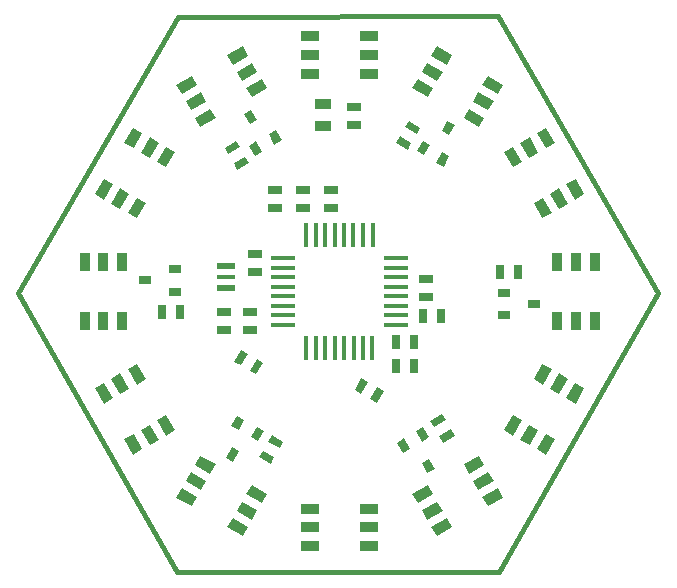
<source format=gbp>
G04 (created by PCBNEW-RS274X (2011-07-08 BZR 3044)-stable) date 5/7/2013 10:27:45 AM*
G01*
G70*
G90*
%MOIN*%
G04 Gerber Fmt 3.4, Leading zero omitted, Abs format*
%FSLAX34Y34*%
G04 APERTURE LIST*
%ADD10C,0.006000*%
%ADD11C,0.015000*%
%ADD12R,0.078700X0.017700*%
%ADD13R,0.017700X0.078700*%
%ADD14R,0.039400X0.027600*%
%ADD15R,0.045000X0.025000*%
%ADD16R,0.025000X0.045000*%
%ADD17R,0.035400X0.059100*%
%ADD18R,0.059100X0.035400*%
%ADD19R,0.055000X0.035000*%
%ADD20R,0.063000X0.019700*%
%ADD21R,0.063000X0.011800*%
G04 APERTURE END LIST*
G54D10*
G54D11*
X33980Y-28089D02*
X33972Y-28082D01*
X28661Y-37298D02*
X33980Y-28089D01*
X33965Y-46589D02*
X28661Y-37298D01*
X44697Y-46589D02*
X33965Y-46589D01*
X49996Y-37302D02*
X44697Y-46589D01*
X44646Y-28070D02*
X49996Y-37302D01*
X33972Y-28082D02*
X44646Y-28070D01*
G54D12*
X37474Y-36145D03*
X37474Y-36460D03*
X37474Y-36775D03*
X37474Y-37090D03*
X37474Y-37405D03*
X37474Y-37720D03*
X37474Y-38035D03*
X37474Y-38350D03*
X41240Y-38348D03*
X41240Y-36138D03*
X41240Y-36458D03*
X41240Y-36778D03*
X41240Y-37088D03*
X41240Y-37408D03*
X41240Y-37718D03*
X41240Y-38038D03*
G54D13*
X38258Y-39138D03*
X38572Y-39138D03*
X38888Y-39138D03*
X39202Y-39138D03*
X39518Y-39138D03*
X39832Y-39138D03*
X40148Y-39138D03*
X40462Y-39138D03*
X38260Y-35358D03*
X38570Y-35358D03*
X38890Y-35358D03*
X39200Y-35358D03*
X39510Y-35358D03*
X39830Y-35358D03*
X40150Y-35358D03*
X40470Y-35358D03*
G54D10*
G36*
X35585Y-42783D02*
X35782Y-42441D01*
X36021Y-42579D01*
X35824Y-42921D01*
X35585Y-42783D01*
X35585Y-42783D01*
G37*
G36*
X36410Y-42104D02*
X36607Y-41762D01*
X36846Y-41900D01*
X36649Y-42242D01*
X36410Y-42104D01*
X36410Y-42104D01*
G37*
G36*
X35760Y-41729D02*
X35957Y-41387D01*
X36196Y-41525D01*
X35999Y-41867D01*
X35760Y-41729D01*
X35760Y-41729D01*
G37*
G54D14*
X32886Y-36874D03*
X33886Y-37249D03*
X33886Y-36499D03*
G54D10*
G36*
X36415Y-31191D02*
X36612Y-31533D01*
X36373Y-31671D01*
X36176Y-31329D01*
X36415Y-31191D01*
X36415Y-31191D01*
G37*
G36*
X36590Y-32245D02*
X36787Y-32587D01*
X36548Y-32725D01*
X36351Y-32383D01*
X36590Y-32245D01*
X36590Y-32245D01*
G37*
G36*
X37240Y-31870D02*
X37437Y-32212D01*
X37198Y-32350D01*
X37001Y-32008D01*
X37240Y-31870D01*
X37240Y-31870D01*
G37*
G36*
X43204Y-31693D02*
X43007Y-32035D01*
X42768Y-31897D01*
X42965Y-31555D01*
X43204Y-31693D01*
X43204Y-31693D01*
G37*
G36*
X42379Y-32372D02*
X42182Y-32714D01*
X41943Y-32576D01*
X42140Y-32234D01*
X42379Y-32372D01*
X42379Y-32372D01*
G37*
G36*
X43029Y-32747D02*
X42832Y-33089D01*
X42593Y-32951D01*
X42790Y-32609D01*
X43029Y-32747D01*
X43029Y-32747D01*
G37*
G54D14*
X45864Y-37661D03*
X44864Y-37286D03*
X44864Y-38036D03*
G54D10*
G36*
X42296Y-43305D02*
X42099Y-42963D01*
X42338Y-42825D01*
X42535Y-43167D01*
X42296Y-43305D01*
X42296Y-43305D01*
G37*
G36*
X42121Y-42251D02*
X41924Y-41909D01*
X42163Y-41771D01*
X42360Y-42113D01*
X42121Y-42251D01*
X42121Y-42251D01*
G37*
G36*
X41471Y-42626D02*
X41274Y-42284D01*
X41513Y-42146D01*
X41710Y-42488D01*
X41471Y-42626D01*
X41471Y-42626D01*
G37*
G36*
X36820Y-39618D02*
X36595Y-40007D01*
X36378Y-39882D01*
X36603Y-39493D01*
X36820Y-39618D01*
X36820Y-39618D01*
G37*
G36*
X36300Y-39318D02*
X36075Y-39707D01*
X35858Y-39582D01*
X36083Y-39193D01*
X36300Y-39318D01*
X36300Y-39318D01*
G37*
G54D15*
X35512Y-37928D03*
X35512Y-38528D03*
X42244Y-36820D03*
X42244Y-37420D03*
G54D10*
G36*
X41672Y-31560D02*
X42061Y-31785D01*
X41936Y-32002D01*
X41547Y-31777D01*
X41672Y-31560D01*
X41672Y-31560D01*
G37*
G36*
X41372Y-32080D02*
X41761Y-32305D01*
X41636Y-32522D01*
X41247Y-32297D01*
X41372Y-32080D01*
X41372Y-32080D01*
G37*
G54D15*
X36535Y-36599D03*
X36535Y-35999D03*
G54D10*
G36*
X40835Y-40563D02*
X40610Y-40952D01*
X40393Y-40827D01*
X40618Y-40438D01*
X40835Y-40563D01*
X40835Y-40563D01*
G37*
G36*
X40315Y-40263D02*
X40090Y-40652D01*
X39873Y-40527D01*
X40098Y-40138D01*
X40315Y-40263D01*
X40315Y-40263D01*
G37*
G54D15*
X39094Y-34467D03*
X39094Y-33867D03*
X38150Y-34467D03*
X38150Y-33867D03*
X37205Y-34467D03*
X37205Y-33867D03*
G54D10*
G36*
X35538Y-32454D02*
X35927Y-32229D01*
X36052Y-32446D01*
X35663Y-32671D01*
X35538Y-32454D01*
X35538Y-32454D01*
G37*
G36*
X35838Y-32974D02*
X36227Y-32749D01*
X36352Y-32966D01*
X35963Y-33191D01*
X35838Y-32974D01*
X35838Y-32974D01*
G37*
G36*
X43202Y-42061D02*
X42813Y-42286D01*
X42688Y-42069D01*
X43077Y-41844D01*
X43202Y-42061D01*
X43202Y-42061D01*
G37*
G36*
X42902Y-41541D02*
X42513Y-41766D01*
X42388Y-41549D01*
X42777Y-41324D01*
X42902Y-41541D01*
X42902Y-41541D01*
G37*
G54D16*
X45300Y-36608D03*
X44700Y-36608D03*
X41235Y-39718D03*
X41835Y-39718D03*
X41235Y-38931D03*
X41835Y-38931D03*
X42141Y-38065D03*
X42741Y-38065D03*
G54D10*
G36*
X37069Y-42995D02*
X36680Y-42770D01*
X36805Y-42553D01*
X37194Y-42778D01*
X37069Y-42995D01*
X37069Y-42995D01*
G37*
G36*
X37369Y-42475D02*
X36980Y-42250D01*
X37105Y-42033D01*
X37494Y-42258D01*
X37369Y-42475D01*
X37369Y-42475D01*
G37*
G54D16*
X33440Y-37947D03*
X34040Y-37947D03*
G54D10*
G36*
X42426Y-45089D02*
X42937Y-44794D01*
X43114Y-45101D01*
X42603Y-45396D01*
X42426Y-45089D01*
X42426Y-45089D01*
G37*
G36*
X42111Y-44543D02*
X42622Y-44248D01*
X42799Y-44555D01*
X42288Y-44850D01*
X42111Y-44543D01*
X42111Y-44543D01*
G37*
G36*
X41796Y-43997D02*
X42307Y-43702D01*
X42484Y-44009D01*
X41973Y-44304D01*
X41796Y-43997D01*
X41796Y-43997D01*
G37*
G36*
X43500Y-43013D02*
X44011Y-42718D01*
X44188Y-43025D01*
X43677Y-43320D01*
X43500Y-43013D01*
X43500Y-43013D01*
G37*
G36*
X43815Y-43559D02*
X44326Y-43264D01*
X44503Y-43571D01*
X43992Y-43866D01*
X43815Y-43559D01*
X43815Y-43559D01*
G37*
G36*
X44130Y-44105D02*
X44641Y-43810D01*
X44818Y-44117D01*
X44307Y-44412D01*
X44130Y-44105D01*
X44130Y-44105D01*
G37*
G36*
X45942Y-42509D02*
X46237Y-41998D01*
X46544Y-42175D01*
X46249Y-42686D01*
X45942Y-42509D01*
X45942Y-42509D01*
G37*
G36*
X45396Y-42194D02*
X45691Y-41683D01*
X45998Y-41860D01*
X45703Y-42371D01*
X45396Y-42194D01*
X45396Y-42194D01*
G37*
G36*
X44850Y-41879D02*
X45145Y-41368D01*
X45452Y-41545D01*
X45157Y-42056D01*
X44850Y-41879D01*
X44850Y-41879D01*
G37*
G36*
X45834Y-40175D02*
X46129Y-39664D01*
X46436Y-39841D01*
X46141Y-40352D01*
X45834Y-40175D01*
X45834Y-40175D01*
G37*
G36*
X46380Y-40490D02*
X46675Y-39979D01*
X46982Y-40156D01*
X46687Y-40667D01*
X46380Y-40490D01*
X46380Y-40490D01*
G37*
G36*
X46926Y-40805D02*
X47221Y-40294D01*
X47528Y-40471D01*
X47233Y-40982D01*
X46926Y-40805D01*
X46926Y-40805D01*
G37*
G54D17*
X47874Y-38222D03*
X47244Y-38222D03*
X46614Y-38222D03*
X46614Y-36254D03*
X47244Y-36254D03*
X47874Y-36254D03*
G54D10*
G36*
X47221Y-34182D02*
X46926Y-33671D01*
X47233Y-33494D01*
X47528Y-34005D01*
X47221Y-34182D01*
X47221Y-34182D01*
G37*
G36*
X46675Y-34497D02*
X46380Y-33986D01*
X46687Y-33809D01*
X46982Y-34320D01*
X46675Y-34497D01*
X46675Y-34497D01*
G37*
G36*
X46129Y-34812D02*
X45834Y-34301D01*
X46141Y-34124D01*
X46436Y-34635D01*
X46129Y-34812D01*
X46129Y-34812D01*
G37*
G36*
X45145Y-33108D02*
X44850Y-32597D01*
X45157Y-32420D01*
X45452Y-32931D01*
X45145Y-33108D01*
X45145Y-33108D01*
G37*
G36*
X45691Y-32793D02*
X45396Y-32282D01*
X45703Y-32105D01*
X45998Y-32616D01*
X45691Y-32793D01*
X45691Y-32793D01*
G37*
G36*
X46237Y-32478D02*
X45942Y-31967D01*
X46249Y-31790D01*
X46544Y-32301D01*
X46237Y-32478D01*
X46237Y-32478D01*
G37*
G36*
X44641Y-30666D02*
X44130Y-30371D01*
X44307Y-30064D01*
X44818Y-30359D01*
X44641Y-30666D01*
X44641Y-30666D01*
G37*
G36*
X44326Y-31212D02*
X43815Y-30917D01*
X43992Y-30610D01*
X44503Y-30905D01*
X44326Y-31212D01*
X44326Y-31212D01*
G37*
G36*
X44011Y-31758D02*
X43500Y-31463D01*
X43677Y-31156D01*
X44188Y-31451D01*
X44011Y-31758D01*
X44011Y-31758D01*
G37*
G36*
X42307Y-30774D02*
X41796Y-30479D01*
X41973Y-30172D01*
X42484Y-30467D01*
X42307Y-30774D01*
X42307Y-30774D01*
G37*
G36*
X42622Y-30228D02*
X42111Y-29933D01*
X42288Y-29626D01*
X42799Y-29921D01*
X42622Y-30228D01*
X42622Y-30228D01*
G37*
G36*
X42937Y-29682D02*
X42426Y-29387D01*
X42603Y-29080D01*
X43114Y-29375D01*
X42937Y-29682D01*
X42937Y-29682D01*
G37*
G54D18*
X40354Y-28734D03*
X40354Y-29364D03*
X40354Y-29994D03*
X38386Y-29994D03*
X38386Y-29364D03*
X38386Y-28734D03*
G54D10*
G36*
X36314Y-29387D02*
X35803Y-29682D01*
X35626Y-29375D01*
X36137Y-29080D01*
X36314Y-29387D01*
X36314Y-29387D01*
G37*
G36*
X36629Y-29933D02*
X36118Y-30228D01*
X35941Y-29921D01*
X36452Y-29626D01*
X36629Y-29933D01*
X36629Y-29933D01*
G37*
G36*
X36944Y-30479D02*
X36433Y-30774D01*
X36256Y-30467D01*
X36767Y-30172D01*
X36944Y-30479D01*
X36944Y-30479D01*
G37*
G36*
X35240Y-31463D02*
X34729Y-31758D01*
X34552Y-31451D01*
X35063Y-31156D01*
X35240Y-31463D01*
X35240Y-31463D01*
G37*
G36*
X34925Y-30917D02*
X34414Y-31212D01*
X34237Y-30905D01*
X34748Y-30610D01*
X34925Y-30917D01*
X34925Y-30917D01*
G37*
G36*
X34610Y-30371D02*
X34099Y-30666D01*
X33922Y-30359D01*
X34433Y-30064D01*
X34610Y-30371D01*
X34610Y-30371D01*
G37*
G36*
X32798Y-31967D02*
X32503Y-32478D01*
X32196Y-32301D01*
X32491Y-31790D01*
X32798Y-31967D01*
X32798Y-31967D01*
G37*
G36*
X33344Y-32282D02*
X33049Y-32793D01*
X32742Y-32616D01*
X33037Y-32105D01*
X33344Y-32282D01*
X33344Y-32282D01*
G37*
G36*
X33890Y-32597D02*
X33595Y-33108D01*
X33288Y-32931D01*
X33583Y-32420D01*
X33890Y-32597D01*
X33890Y-32597D01*
G37*
G36*
X32906Y-34301D02*
X32611Y-34812D01*
X32304Y-34635D01*
X32599Y-34124D01*
X32906Y-34301D01*
X32906Y-34301D01*
G37*
G36*
X32360Y-33986D02*
X32065Y-34497D01*
X31758Y-34320D01*
X32053Y-33809D01*
X32360Y-33986D01*
X32360Y-33986D01*
G37*
G36*
X31814Y-33671D02*
X31519Y-34182D01*
X31212Y-34005D01*
X31507Y-33494D01*
X31814Y-33671D01*
X31814Y-33671D01*
G37*
G54D17*
X30866Y-36254D03*
X31496Y-36254D03*
X32126Y-36254D03*
X32126Y-38222D03*
X31496Y-38222D03*
X30866Y-38222D03*
G54D10*
G36*
X31519Y-40294D02*
X31814Y-40805D01*
X31507Y-40982D01*
X31212Y-40471D01*
X31519Y-40294D01*
X31519Y-40294D01*
G37*
G36*
X32065Y-39979D02*
X32360Y-40490D01*
X32053Y-40667D01*
X31758Y-40156D01*
X32065Y-39979D01*
X32065Y-39979D01*
G37*
G36*
X32611Y-39664D02*
X32906Y-40175D01*
X32599Y-40352D01*
X32304Y-39841D01*
X32611Y-39664D01*
X32611Y-39664D01*
G37*
G36*
X33595Y-41368D02*
X33890Y-41879D01*
X33583Y-42056D01*
X33288Y-41545D01*
X33595Y-41368D01*
X33595Y-41368D01*
G37*
G36*
X33049Y-41683D02*
X33344Y-42194D01*
X33037Y-42371D01*
X32742Y-41860D01*
X33049Y-41683D01*
X33049Y-41683D01*
G37*
G36*
X32503Y-41998D02*
X32798Y-42509D01*
X32491Y-42686D01*
X32196Y-42175D01*
X32503Y-41998D01*
X32503Y-41998D01*
G37*
G36*
X34099Y-43810D02*
X34610Y-44105D01*
X34433Y-44412D01*
X33922Y-44117D01*
X34099Y-43810D01*
X34099Y-43810D01*
G37*
G36*
X34414Y-43264D02*
X34925Y-43559D01*
X34748Y-43866D01*
X34237Y-43571D01*
X34414Y-43264D01*
X34414Y-43264D01*
G37*
G36*
X34729Y-42718D02*
X35240Y-43013D01*
X35063Y-43320D01*
X34552Y-43025D01*
X34729Y-42718D01*
X34729Y-42718D01*
G37*
G36*
X36433Y-43702D02*
X36944Y-43997D01*
X36767Y-44304D01*
X36256Y-44009D01*
X36433Y-43702D01*
X36433Y-43702D01*
G37*
G36*
X36118Y-44248D02*
X36629Y-44543D01*
X36452Y-44850D01*
X35941Y-44555D01*
X36118Y-44248D01*
X36118Y-44248D01*
G37*
G36*
X35803Y-44794D02*
X36314Y-45089D01*
X36137Y-45396D01*
X35626Y-45101D01*
X35803Y-44794D01*
X35803Y-44794D01*
G37*
G54D18*
X38386Y-45742D03*
X38386Y-45112D03*
X38386Y-44482D03*
X40354Y-44482D03*
X40354Y-45112D03*
X40354Y-45742D03*
G54D19*
X38819Y-30997D03*
X38819Y-31747D03*
G54D15*
X36378Y-37928D03*
X36378Y-38528D03*
X39843Y-31711D03*
X39843Y-31111D03*
G54D20*
X35591Y-37146D03*
X35591Y-36398D03*
G54D21*
X35591Y-36772D03*
M02*

</source>
